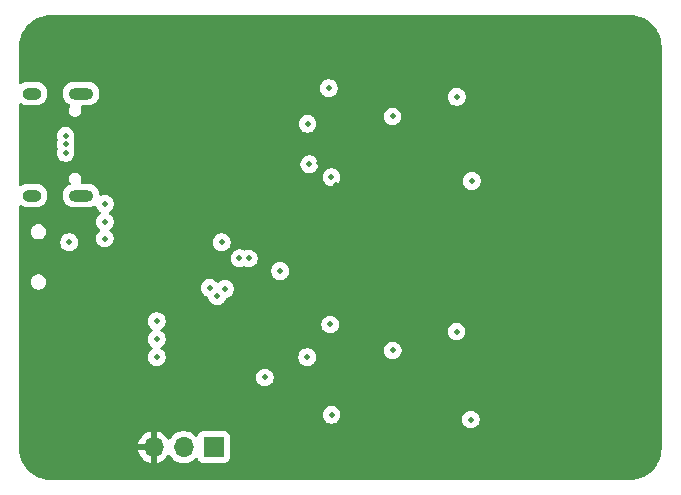
<source format=gbr>
%TF.GenerationSoftware,KiCad,Pcbnew,9.0.1*%
%TF.CreationDate,2025-07-03T23:17:29+02:00*%
%TF.ProjectId,Amon_Link,416d6f6e-5f4c-4696-9e6b-2e6b69636164,rev?*%
%TF.SameCoordinates,Original*%
%TF.FileFunction,Copper,L2,Inr*%
%TF.FilePolarity,Positive*%
%FSLAX46Y46*%
G04 Gerber Fmt 4.6, Leading zero omitted, Abs format (unit mm)*
G04 Created by KiCad (PCBNEW 9.0.1) date 2025-07-03 23:17:29*
%MOMM*%
%LPD*%
G01*
G04 APERTURE LIST*
%TA.AperFunction,ComponentPad*%
%ADD10O,1.600000X1.000000*%
%TD*%
%TA.AperFunction,ComponentPad*%
%ADD11O,2.100000X1.000000*%
%TD*%
%TA.AperFunction,ComponentPad*%
%ADD12C,0.700000*%
%TD*%
%TA.AperFunction,ComponentPad*%
%ADD13C,4.400000*%
%TD*%
%TA.AperFunction,ComponentPad*%
%ADD14R,1.700000X1.700000*%
%TD*%
%TA.AperFunction,ComponentPad*%
%ADD15O,1.700000X1.700000*%
%TD*%
%TA.AperFunction,ViaPad*%
%ADD16C,0.500000*%
%TD*%
G04 APERTURE END LIST*
D10*
%TO.N,Net-(J1-SHIELD)*%
%TO.C,J1*%
X127599000Y-90090000D03*
D11*
X131779000Y-90090000D03*
D10*
X127599000Y-81450000D03*
D11*
X131779000Y-81450000D03*
%TD*%
D12*
%TO.N,GND*%
%TO.C,H3*%
X176649999Y-111549999D03*
X177133273Y-110383273D03*
X177133273Y-112716725D03*
X178299999Y-109899999D03*
D13*
X178299999Y-111549999D03*
D12*
X178299999Y-113199999D03*
X179466725Y-110383273D03*
X179466725Y-112716725D03*
X179949999Y-111549999D03*
%TD*%
%TO.N,GND*%
%TO.C,H4*%
X176649999Y-77549999D03*
X177133273Y-76383273D03*
X177133273Y-78716725D03*
X178299999Y-75899999D03*
D13*
X178299999Y-77549999D03*
D12*
X178299999Y-79199999D03*
X179466725Y-76383273D03*
X179466725Y-78716725D03*
X179949999Y-77549999D03*
%TD*%
%TO.N,GND*%
%TO.C,H2*%
X127509000Y-77470000D03*
X127992274Y-76303274D03*
X127992274Y-78636726D03*
X129159000Y-75820000D03*
D13*
X129159000Y-77470000D03*
D12*
X129159000Y-79120000D03*
X130325726Y-76303274D03*
X130325726Y-78636726D03*
X130809000Y-77470000D03*
%TD*%
%TO.N,GND*%
%TO.C,H1*%
X127509000Y-111470000D03*
X127992274Y-110303274D03*
X127992274Y-112636726D03*
X129159000Y-109820000D03*
D13*
X129159000Y-111470000D03*
D12*
X129159000Y-113120000D03*
X130325726Y-110303274D03*
X130325726Y-112636726D03*
X130809000Y-111470000D03*
%TD*%
D14*
%TO.N,+3.3V*%
%TO.C,J3*%
X143002000Y-111379000D03*
D15*
%TO.N,/SWIO*%
X140462000Y-111379000D03*
%TO.N,GND*%
X137922000Y-111379000D03*
%TD*%
D16*
%TO.N,GND*%
X180100000Y-93635022D03*
X180100000Y-90000000D03*
X180100000Y-99087555D03*
X180100000Y-91817511D03*
X180100000Y-97270044D03*
X180100000Y-95452533D03*
X127410000Y-83930000D03*
X127410000Y-85747511D03*
X127410000Y-87565022D03*
X132212490Y-75440000D03*
X139482534Y-75440000D03*
X151897556Y-75420000D03*
X155532578Y-75420000D03*
X144627512Y-75420000D03*
X157350090Y-75420000D03*
X150080045Y-75420000D03*
X153715067Y-75420000D03*
X146445023Y-75420000D03*
X140992490Y-75420000D03*
X148262534Y-75420000D03*
X137665023Y-75440000D03*
X142810001Y-75420000D03*
X135847512Y-75440000D03*
X134030001Y-75440000D03*
X169850000Y-75390000D03*
X162579956Y-75390000D03*
X175302534Y-75390000D03*
X173485022Y-75390000D03*
X164397467Y-75390000D03*
X160762445Y-75390000D03*
X171667511Y-75390000D03*
X158944934Y-75390000D03*
X166214978Y-75390000D03*
X168032489Y-75390000D03*
X135914978Y-113640000D03*
X137732489Y-113640000D03*
X134097467Y-113640000D03*
X132279956Y-113640000D03*
X139550000Y-113640000D03*
X151965022Y-113620000D03*
X144694978Y-113620000D03*
X157417556Y-113620000D03*
X155600044Y-113620000D03*
X146512489Y-113620000D03*
X142877467Y-113620000D03*
X153782533Y-113620000D03*
X141059956Y-113620000D03*
X148330000Y-113620000D03*
X150147511Y-113620000D03*
%TO.N,+3.3V*%
X148615400Y-96469200D03*
X138176000Y-100711000D03*
X163562501Y-101600001D03*
X152750000Y-81000000D03*
X158140400Y-83388200D03*
X147320000Y-105486200D03*
X138176000Y-102235000D03*
X138176000Y-103759000D03*
X130759200Y-94045001D03*
X163570000Y-81730000D03*
X152982501Y-108645000D03*
X143674600Y-94044000D03*
X158150000Y-103200000D03*
X152862501Y-100998511D03*
X152970000Y-88519000D03*
%TO.N,GND*%
X159316058Y-99136200D03*
X170829510Y-90322400D03*
X133477000Y-112039400D03*
X166800000Y-86200000D03*
X139242800Y-77774800D03*
X168099955Y-113590000D03*
X168216945Y-88239600D03*
X175666400Y-108280200D03*
X163262736Y-97002600D03*
X156489400Y-94716600D03*
X169443400Y-105689400D03*
X173431200Y-88239600D03*
X173558200Y-78638400D03*
X160612501Y-108150001D03*
X144970500Y-78663800D03*
X164160200Y-94767400D03*
X159486600Y-82067400D03*
X155498800Y-76657200D03*
X156083000Y-96443800D03*
X166852600Y-76657200D03*
X143256000Y-89916000D03*
X159012400Y-113590000D03*
X169243826Y-94767400D03*
X148691600Y-111074200D03*
X167843200Y-78638400D03*
X174802800Y-80772000D03*
X138176000Y-86995000D03*
X160223200Y-78638400D03*
X142125700Y-80441800D03*
X127959002Y-100895002D03*
X154787600Y-97967800D03*
X140131800Y-76733400D03*
X164127542Y-99110800D03*
X161036000Y-110921800D03*
X132715000Y-107188000D03*
X161175700Y-76657200D03*
X139547600Y-79730600D03*
X159962501Y-103950001D03*
X162433000Y-99110800D03*
X166282444Y-113590000D03*
X169468800Y-82905600D03*
X178460400Y-97053400D03*
X174294800Y-99110800D03*
X171693115Y-88239600D03*
X162534600Y-110921800D03*
X149809200Y-96443800D03*
X146280000Y-89790000D03*
X156413200Y-100558600D03*
X133477000Y-96139000D03*
X163068000Y-76657200D03*
X170314258Y-101523800D03*
X160829911Y-113590000D03*
X171734977Y-113590000D03*
X178358800Y-92760800D03*
X155862501Y-107200001D03*
X163877170Y-90322400D03*
X151800000Y-83150000D03*
X166700200Y-80721200D03*
X173558200Y-108280200D03*
X170905710Y-99110800D03*
X171653200Y-78638400D03*
X158318200Y-78638400D03*
X166453460Y-92760800D03*
X158496000Y-100558600D03*
X163212501Y-102600001D03*
X161798000Y-80721200D03*
X173219536Y-97002600D03*
X167549284Y-94767400D03*
X172862501Y-103550001D03*
X163300000Y-82700000D03*
X153606500Y-76657200D03*
X169418000Y-110947200D03*
X156311600Y-82042000D03*
X174091600Y-105943400D03*
X139369800Y-95300800D03*
X145410000Y-108550000D03*
X162312501Y-102950001D03*
X132461000Y-77774800D03*
X176657000Y-85725000D03*
X146862800Y-78663800D03*
X174327452Y-94767400D03*
X160858200Y-83362800D03*
X177611310Y-90373200D03*
X163300000Y-86200000D03*
X164960300Y-76657200D03*
X157708600Y-99237800D03*
X149656800Y-112141000D03*
X158623000Y-84201000D03*
X160401000Y-90322400D03*
X174117000Y-85852000D03*
X176657000Y-103550001D03*
X162687000Y-100558600D03*
X159181800Y-91516200D03*
X145770600Y-76657200D03*
X174421800Y-76657200D03*
X169900600Y-97002600D03*
X136017000Y-107950000D03*
X161762501Y-106500001D03*
X147193000Y-111074200D03*
X159080200Y-110921800D03*
X149047200Y-107975400D03*
X166925174Y-101523800D03*
X159283400Y-76657200D03*
X161544000Y-84201000D03*
X136702800Y-82626200D03*
X175354348Y-101523800D03*
X157861000Y-97028000D03*
X151812501Y-107150001D03*
X172529500Y-76657200D03*
X174498000Y-82829400D03*
X172567600Y-90322400D03*
X165709600Y-110921800D03*
X176620715Y-92760800D03*
X127959001Y-106130001D03*
X147802600Y-80441800D03*
X132588000Y-110972600D03*
X168191545Y-92760800D03*
X147662900Y-76657200D03*
X173552488Y-113590000D03*
X167516626Y-99110800D03*
X160909000Y-88138000D03*
X151812501Y-103200001D03*
X132715000Y-105613200D03*
X168325800Y-80772000D03*
X155950000Y-83100000D03*
X172632910Y-94767400D03*
X141681200Y-99212400D03*
X172600252Y-99110800D03*
X172008800Y-101523800D03*
X175370000Y-113590000D03*
X162139085Y-90322400D03*
X144322800Y-101142800D03*
X161173890Y-92710000D03*
X169211168Y-99110800D03*
X171564300Y-80772000D03*
X173703348Y-101523800D03*
X163262501Y-106100001D03*
X148082000Y-112141000D03*
X164464933Y-113590000D03*
X163271200Y-80746600D03*
X174962501Y-103550001D03*
X157810200Y-82042000D03*
X169955030Y-88239600D03*
X134086600Y-110972600D03*
X136702800Y-84531200D03*
X152755600Y-97967800D03*
X139928600Y-103428800D03*
X162977290Y-92760800D03*
X169091425Y-90322400D03*
X167284400Y-108280200D03*
X161315400Y-97002600D03*
X134924800Y-76733400D03*
X170938368Y-94767400D03*
X168241134Y-97002600D03*
X167360600Y-110947200D03*
X156612501Y-108150001D03*
X175143890Y-92760800D03*
X149555200Y-76657200D03*
X165615255Y-90322400D03*
X133781800Y-79730600D03*
X169748200Y-78638400D03*
X164033200Y-78638400D03*
X164922202Y-97002600D03*
X160382858Y-94716600D03*
X169945050Y-80772000D03*
X142300000Y-104410000D03*
X160985200Y-82067400D03*
X176022000Y-94767400D03*
X164715375Y-92760800D03*
X161772600Y-101930200D03*
X139928600Y-101803200D03*
X160299400Y-80721200D03*
X175873225Y-90373200D03*
X151917400Y-96443800D03*
X140741400Y-77774800D03*
X152603200Y-78638400D03*
X171323000Y-105791000D03*
X165938200Y-78638400D03*
X160604200Y-100558600D03*
X133959600Y-77774800D03*
X149123400Y-81940400D03*
X165854742Y-94767400D03*
X177676625Y-94767400D03*
X169929630Y-92760800D03*
X148234400Y-89814400D03*
X166581668Y-97002600D03*
X175945800Y-82829400D03*
X167353340Y-90322400D03*
X171526200Y-110947200D03*
X138582400Y-99263200D03*
X170637200Y-76657200D03*
X148209000Y-87401400D03*
X175463200Y-78638400D03*
X135051800Y-112039400D03*
X172897800Y-82804000D03*
X161544000Y-86233000D03*
X151714200Y-76657200D03*
X153390600Y-89154000D03*
X148755100Y-78663800D03*
X150647400Y-97967800D03*
X159620858Y-97002600D03*
X138125200Y-90246200D03*
X141554200Y-93522800D03*
X154508200Y-78638400D03*
X158762501Y-104000001D03*
X156062501Y-103000001D03*
X145973800Y-101142800D03*
X156413200Y-78638400D03*
X175209200Y-88214200D03*
X151920000Y-87350000D03*
X174135140Y-90373200D03*
X156718000Y-88138000D03*
X162647422Y-113590000D03*
X161010600Y-99136200D03*
X162128200Y-78638400D03*
X141706600Y-76733400D03*
X171560066Y-97002600D03*
X145910300Y-80441800D03*
X157962600Y-92735400D03*
X157124400Y-80695800D03*
X167817800Y-105689400D03*
X149123400Y-83832700D03*
X173634400Y-110947200D03*
X142970000Y-108540000D03*
X171450000Y-108280200D03*
X176712501Y-105800001D03*
X150698200Y-81940400D03*
X170062501Y-103550001D03*
X157581600Y-101930200D03*
X150647400Y-78663800D03*
X156014058Y-99237800D03*
X160273602Y-84191212D03*
X174984225Y-97053400D03*
X133527800Y-102666800D03*
X143878300Y-76657200D03*
X165822084Y-99110800D03*
X133527800Y-101117400D03*
X168619716Y-101523800D03*
X157391100Y-76657200D03*
X152298400Y-94716600D03*
X159689800Y-101930200D03*
X171667715Y-92760800D03*
X176722310Y-97053400D03*
X168744900Y-76657200D03*
X173405800Y-92760800D03*
X164211000Y-110921800D03*
X166800000Y-82700000D03*
X160812501Y-106200001D03*
X169341800Y-108280200D03*
X131114800Y-98221800D03*
X133350000Y-76733400D03*
X173183550Y-80772000D03*
X171069000Y-85852000D03*
X144018000Y-80441800D03*
X153949400Y-96443800D03*
X146126200Y-85801200D03*
X168910000Y-85852000D03*
X162077400Y-94716600D03*
X154381200Y-94716600D03*
X130937000Y-102641400D03*
X159308800Y-83286600D03*
X158623000Y-80695800D03*
X169917466Y-113590000D03*
X156000000Y-87350000D03*
X158597600Y-94716600D03*
X166762501Y-106100001D03*
%TO.N,+5V*%
X133778176Y-93720678D03*
X133778176Y-90780000D03*
X133778176Y-92304000D03*
X130459001Y-85745001D03*
X130459001Y-86470001D03*
X130459001Y-85020001D03*
%TO.N,/CE1*%
X150907000Y-103759000D03*
X164762501Y-109050001D03*
%TO.N,/CE2*%
X164850000Y-88850000D03*
X151099200Y-87426800D03*
X150950000Y-84000000D03*
%TO.N,/MISO*%
X143297000Y-98602800D03*
X145960000Y-95410000D03*
%TO.N,/SWIO*%
X142646400Y-97891600D03*
%TO.N,/MOSI*%
X143947000Y-97993200D03*
X145180000Y-95400000D03*
%TD*%
%TA.AperFunction,Conductor*%
%TO.N,GND*%
G36*
X178232472Y-74788695D02*
G01*
X178524306Y-74805084D01*
X178538103Y-74806638D01*
X178822827Y-74855015D01*
X178836384Y-74858109D01*
X179113899Y-74938060D01*
X179127025Y-74942653D01*
X179393841Y-75053172D01*
X179406355Y-75059198D01*
X179572444Y-75150992D01*
X179659125Y-75198899D01*
X179670899Y-75206297D01*
X179906430Y-75373415D01*
X179917302Y-75382085D01*
X180132642Y-75574524D01*
X180142475Y-75584357D01*
X180334914Y-75799697D01*
X180343584Y-75810569D01*
X180510702Y-76046100D01*
X180518100Y-76057874D01*
X180657797Y-76310637D01*
X180663830Y-76323165D01*
X180774346Y-76589975D01*
X180778939Y-76603100D01*
X180858890Y-76880615D01*
X180861984Y-76894172D01*
X180910359Y-77178885D01*
X180911916Y-77192703D01*
X180928305Y-77484527D01*
X180928500Y-77491480D01*
X180928500Y-111484518D01*
X180928305Y-111491471D01*
X180911916Y-111783295D01*
X180910359Y-111797113D01*
X180861984Y-112081827D01*
X180858890Y-112095384D01*
X180778939Y-112372899D01*
X180774346Y-112386023D01*
X180663831Y-112652833D01*
X180657797Y-112665363D01*
X180518099Y-112918125D01*
X180510702Y-112929898D01*
X180343584Y-113165430D01*
X180334914Y-113176302D01*
X180142475Y-113391642D01*
X180132642Y-113401475D01*
X179917302Y-113593914D01*
X179906430Y-113602584D01*
X179670898Y-113769702D01*
X179659125Y-113777099D01*
X179406363Y-113916797D01*
X179393833Y-113922831D01*
X179127023Y-114033346D01*
X179113899Y-114037939D01*
X178836384Y-114117890D01*
X178822827Y-114120984D01*
X178538113Y-114169359D01*
X178524295Y-114170916D01*
X178232471Y-114187305D01*
X178225518Y-114187500D01*
X129232482Y-114187500D01*
X129225529Y-114187305D01*
X128933704Y-114170916D01*
X128919886Y-114169359D01*
X128635172Y-114120984D01*
X128621615Y-114117890D01*
X128344100Y-114037939D01*
X128330976Y-114033346D01*
X128064166Y-113922831D01*
X128051636Y-113916797D01*
X127798874Y-113777099D01*
X127787101Y-113769702D01*
X127551569Y-113602584D01*
X127540697Y-113593914D01*
X127325357Y-113401475D01*
X127315524Y-113391642D01*
X127123085Y-113176302D01*
X127114415Y-113165430D01*
X126947297Y-112929898D01*
X126939900Y-112918125D01*
X126800202Y-112665363D01*
X126794168Y-112652833D01*
X126683653Y-112386023D01*
X126679060Y-112372899D01*
X126599109Y-112095384D01*
X126596015Y-112081827D01*
X126595281Y-112077507D01*
X126547638Y-111797103D01*
X126546084Y-111783305D01*
X126529695Y-111491470D01*
X126529500Y-111484518D01*
X126529500Y-111129000D01*
X136594769Y-111129000D01*
X137488988Y-111129000D01*
X137456075Y-111186007D01*
X137422000Y-111313174D01*
X137422000Y-111444826D01*
X137456075Y-111571993D01*
X137488988Y-111629000D01*
X136594769Y-111629000D01*
X136605242Y-111695126D01*
X136605242Y-111695129D01*
X136670904Y-111897217D01*
X136767379Y-112086557D01*
X136892272Y-112258459D01*
X136892276Y-112258464D01*
X137042535Y-112408723D01*
X137042540Y-112408727D01*
X137214442Y-112533620D01*
X137403782Y-112630095D01*
X137605871Y-112695757D01*
X137672000Y-112706231D01*
X137672000Y-111812012D01*
X137729007Y-111844925D01*
X137856174Y-111879000D01*
X137987826Y-111879000D01*
X138114993Y-111844925D01*
X138172000Y-111812012D01*
X138172000Y-112706230D01*
X138238126Y-112695757D01*
X138238129Y-112695757D01*
X138440217Y-112630095D01*
X138629557Y-112533620D01*
X138801459Y-112408727D01*
X138801464Y-112408723D01*
X138951723Y-112258464D01*
X138951727Y-112258459D01*
X139076620Y-112086558D01*
X139081232Y-112077507D01*
X139129205Y-112026709D01*
X139197025Y-112009912D01*
X139263161Y-112032447D01*
X139302204Y-112077504D01*
X139306949Y-112086817D01*
X139431890Y-112258786D01*
X139582213Y-112409109D01*
X139754179Y-112534048D01*
X139754181Y-112534049D01*
X139754184Y-112534051D01*
X139943588Y-112630557D01*
X140145757Y-112696246D01*
X140355713Y-112729500D01*
X140355714Y-112729500D01*
X140568286Y-112729500D01*
X140568287Y-112729500D01*
X140778243Y-112696246D01*
X140980412Y-112630557D01*
X141169816Y-112534051D01*
X141341792Y-112409104D01*
X141455329Y-112295566D01*
X141516648Y-112262084D01*
X141586340Y-112267068D01*
X141642274Y-112308939D01*
X141659189Y-112339917D01*
X141708202Y-112471328D01*
X141708206Y-112471335D01*
X141794452Y-112586544D01*
X141794455Y-112586547D01*
X141909664Y-112672793D01*
X141909671Y-112672797D01*
X142044517Y-112723091D01*
X142044516Y-112723091D01*
X142051444Y-112723835D01*
X142104127Y-112729500D01*
X143899872Y-112729499D01*
X143959483Y-112723091D01*
X144094331Y-112672796D01*
X144209546Y-112586546D01*
X144295796Y-112471331D01*
X144346091Y-112336483D01*
X144352500Y-112276873D01*
X144352499Y-110481128D01*
X144346091Y-110421517D01*
X144344810Y-110418083D01*
X144295797Y-110286671D01*
X144295793Y-110286664D01*
X144209547Y-110171455D01*
X144209544Y-110171452D01*
X144094335Y-110085206D01*
X144094328Y-110085202D01*
X143959482Y-110034908D01*
X143959483Y-110034908D01*
X143899883Y-110028501D01*
X143899881Y-110028500D01*
X143899873Y-110028500D01*
X143899864Y-110028500D01*
X142104129Y-110028500D01*
X142104123Y-110028501D01*
X142044516Y-110034908D01*
X141909671Y-110085202D01*
X141909664Y-110085206D01*
X141794455Y-110171452D01*
X141794452Y-110171455D01*
X141708206Y-110286664D01*
X141708203Y-110286669D01*
X141659189Y-110418083D01*
X141617317Y-110474016D01*
X141551853Y-110498433D01*
X141483580Y-110483581D01*
X141455326Y-110462430D01*
X141341786Y-110348890D01*
X141169820Y-110223951D01*
X140980414Y-110127444D01*
X140980413Y-110127443D01*
X140980412Y-110127443D01*
X140778243Y-110061754D01*
X140778241Y-110061753D01*
X140778240Y-110061753D01*
X140616957Y-110036208D01*
X140568287Y-110028500D01*
X140355713Y-110028500D01*
X140307042Y-110036208D01*
X140145760Y-110061753D01*
X139943585Y-110127444D01*
X139754179Y-110223951D01*
X139582213Y-110348890D01*
X139431890Y-110499213D01*
X139306949Y-110671182D01*
X139302202Y-110680499D01*
X139254227Y-110731293D01*
X139186405Y-110748087D01*
X139120271Y-110725548D01*
X139081234Y-110680495D01*
X139076622Y-110671444D01*
X138951727Y-110499540D01*
X138951723Y-110499535D01*
X138801464Y-110349276D01*
X138801459Y-110349272D01*
X138629557Y-110224379D01*
X138440215Y-110127903D01*
X138238124Y-110062241D01*
X138172000Y-110051768D01*
X138172000Y-110945988D01*
X138114993Y-110913075D01*
X137987826Y-110879000D01*
X137856174Y-110879000D01*
X137729007Y-110913075D01*
X137672000Y-110945988D01*
X137672000Y-110051768D01*
X137671999Y-110051768D01*
X137605875Y-110062241D01*
X137403784Y-110127903D01*
X137214442Y-110224379D01*
X137042540Y-110349272D01*
X137042535Y-110349276D01*
X136892276Y-110499535D01*
X136892272Y-110499540D01*
X136767379Y-110671442D01*
X136670904Y-110860782D01*
X136605242Y-111062870D01*
X136605242Y-111062873D01*
X136594769Y-111129000D01*
X126529500Y-111129000D01*
X126529500Y-108718920D01*
X152232000Y-108718920D01*
X152260841Y-108863907D01*
X152260844Y-108863917D01*
X152317413Y-109000488D01*
X152317420Y-109000501D01*
X152399549Y-109123415D01*
X152399552Y-109123419D01*
X152504081Y-109227948D01*
X152504085Y-109227951D01*
X152626999Y-109310080D01*
X152627012Y-109310087D01*
X152763583Y-109366656D01*
X152763588Y-109366658D01*
X152763592Y-109366658D01*
X152763593Y-109366659D01*
X152908580Y-109395500D01*
X152908583Y-109395500D01*
X153056421Y-109395500D01*
X153153963Y-109376096D01*
X153201414Y-109366658D01*
X153337996Y-109310084D01*
X153460917Y-109227951D01*
X153564947Y-109123921D01*
X164012000Y-109123921D01*
X164040841Y-109268908D01*
X164040844Y-109268918D01*
X164097413Y-109405489D01*
X164097420Y-109405502D01*
X164179549Y-109528416D01*
X164179552Y-109528420D01*
X164284081Y-109632949D01*
X164284085Y-109632952D01*
X164406999Y-109715081D01*
X164407012Y-109715088D01*
X164543583Y-109771657D01*
X164543588Y-109771659D01*
X164543592Y-109771659D01*
X164543593Y-109771660D01*
X164688580Y-109800501D01*
X164688583Y-109800501D01*
X164836421Y-109800501D01*
X164933963Y-109781097D01*
X164981414Y-109771659D01*
X165117996Y-109715085D01*
X165240917Y-109632952D01*
X165345452Y-109528417D01*
X165427585Y-109405496D01*
X165431726Y-109395500D01*
X165443673Y-109366656D01*
X165484159Y-109268914D01*
X165513001Y-109123919D01*
X165513001Y-108976083D01*
X165513001Y-108976080D01*
X165484160Y-108831093D01*
X165484159Y-108831092D01*
X165484159Y-108831088D01*
X165437697Y-108718918D01*
X165427588Y-108694512D01*
X165427581Y-108694499D01*
X165345452Y-108571585D01*
X165345449Y-108571581D01*
X165240920Y-108467052D01*
X165240916Y-108467049D01*
X165118002Y-108384920D01*
X165117989Y-108384913D01*
X164981418Y-108328344D01*
X164981408Y-108328341D01*
X164836421Y-108299501D01*
X164836419Y-108299501D01*
X164688583Y-108299501D01*
X164688581Y-108299501D01*
X164543593Y-108328341D01*
X164543583Y-108328344D01*
X164407012Y-108384913D01*
X164406999Y-108384920D01*
X164284085Y-108467049D01*
X164284081Y-108467052D01*
X164179552Y-108571581D01*
X164179549Y-108571585D01*
X164097420Y-108694499D01*
X164097413Y-108694512D01*
X164040844Y-108831083D01*
X164040841Y-108831093D01*
X164012001Y-108976080D01*
X164012001Y-108976083D01*
X164012001Y-109123919D01*
X164012001Y-109123921D01*
X164012000Y-109123921D01*
X153564947Y-109123921D01*
X153565452Y-109123416D01*
X153647585Y-109000495D01*
X153704159Y-108863913D01*
X153733001Y-108718918D01*
X153733001Y-108571082D01*
X153733001Y-108571079D01*
X153704160Y-108426092D01*
X153704159Y-108426091D01*
X153704159Y-108426087D01*
X153663673Y-108328344D01*
X153647588Y-108289511D01*
X153647581Y-108289498D01*
X153565452Y-108166584D01*
X153565449Y-108166580D01*
X153460920Y-108062051D01*
X153460916Y-108062048D01*
X153338002Y-107979919D01*
X153337989Y-107979912D01*
X153201418Y-107923343D01*
X153201408Y-107923340D01*
X153056421Y-107894500D01*
X153056419Y-107894500D01*
X152908583Y-107894500D01*
X152908581Y-107894500D01*
X152763593Y-107923340D01*
X152763583Y-107923343D01*
X152627012Y-107979912D01*
X152626999Y-107979919D01*
X152504085Y-108062048D01*
X152504081Y-108062051D01*
X152399552Y-108166580D01*
X152399549Y-108166584D01*
X152317420Y-108289498D01*
X152317413Y-108289511D01*
X152260844Y-108426082D01*
X152260841Y-108426092D01*
X152232001Y-108571079D01*
X152232001Y-108571082D01*
X152232001Y-108718918D01*
X152232001Y-108718920D01*
X152232000Y-108718920D01*
X126529500Y-108718920D01*
X126529500Y-105560120D01*
X146569499Y-105560120D01*
X146598340Y-105705107D01*
X146598343Y-105705117D01*
X146654912Y-105841688D01*
X146654919Y-105841701D01*
X146737048Y-105964615D01*
X146737051Y-105964619D01*
X146841580Y-106069148D01*
X146841584Y-106069151D01*
X146964498Y-106151280D01*
X146964511Y-106151287D01*
X147101082Y-106207856D01*
X147101087Y-106207858D01*
X147101091Y-106207858D01*
X147101092Y-106207859D01*
X147246079Y-106236700D01*
X147246082Y-106236700D01*
X147393920Y-106236700D01*
X147491462Y-106217296D01*
X147538913Y-106207858D01*
X147675495Y-106151284D01*
X147798416Y-106069151D01*
X147902951Y-105964616D01*
X147985084Y-105841695D01*
X148041658Y-105705113D01*
X148070500Y-105560118D01*
X148070500Y-105412282D01*
X148070500Y-105412279D01*
X148041659Y-105267292D01*
X148041658Y-105267291D01*
X148041658Y-105267287D01*
X148041656Y-105267282D01*
X147985087Y-105130711D01*
X147985080Y-105130698D01*
X147902951Y-105007784D01*
X147902948Y-105007780D01*
X147798419Y-104903251D01*
X147798415Y-104903248D01*
X147675501Y-104821119D01*
X147675488Y-104821112D01*
X147538917Y-104764543D01*
X147538907Y-104764540D01*
X147393920Y-104735700D01*
X147393918Y-104735700D01*
X147246082Y-104735700D01*
X147246080Y-104735700D01*
X147101092Y-104764540D01*
X147101082Y-104764543D01*
X146964511Y-104821112D01*
X146964498Y-104821119D01*
X146841584Y-104903248D01*
X146841580Y-104903251D01*
X146737051Y-105007780D01*
X146737048Y-105007784D01*
X146654919Y-105130698D01*
X146654912Y-105130711D01*
X146598343Y-105267282D01*
X146598340Y-105267292D01*
X146569500Y-105412279D01*
X146569500Y-105412282D01*
X146569500Y-105560118D01*
X146569500Y-105560120D01*
X146569499Y-105560120D01*
X126529500Y-105560120D01*
X126529500Y-100784920D01*
X137425499Y-100784920D01*
X137454340Y-100929907D01*
X137454343Y-100929917D01*
X137510912Y-101066488D01*
X137510919Y-101066501D01*
X137593048Y-101189415D01*
X137593051Y-101189419D01*
X137697580Y-101293948D01*
X137697584Y-101293951D01*
X137811246Y-101369898D01*
X137856051Y-101423510D01*
X137864758Y-101492835D01*
X137834604Y-101555863D01*
X137811246Y-101576102D01*
X137697584Y-101652048D01*
X137697580Y-101652051D01*
X137593051Y-101756580D01*
X137593048Y-101756584D01*
X137510919Y-101879498D01*
X137510912Y-101879511D01*
X137454343Y-102016082D01*
X137454340Y-102016092D01*
X137425500Y-102161079D01*
X137425500Y-102161082D01*
X137425500Y-102308918D01*
X137425500Y-102308920D01*
X137425499Y-102308920D01*
X137454340Y-102453907D01*
X137454343Y-102453917D01*
X137510912Y-102590488D01*
X137510919Y-102590501D01*
X137593048Y-102713415D01*
X137593051Y-102713419D01*
X137697580Y-102817948D01*
X137697584Y-102817951D01*
X137811246Y-102893898D01*
X137856051Y-102947510D01*
X137864758Y-103016835D01*
X137834604Y-103079863D01*
X137811246Y-103100102D01*
X137697584Y-103176048D01*
X137697580Y-103176051D01*
X137593051Y-103280580D01*
X137593048Y-103280584D01*
X137510919Y-103403498D01*
X137510912Y-103403511D01*
X137454343Y-103540082D01*
X137454340Y-103540092D01*
X137425500Y-103685079D01*
X137425500Y-103685082D01*
X137425500Y-103832918D01*
X137425500Y-103832920D01*
X137425499Y-103832920D01*
X137454340Y-103977907D01*
X137454343Y-103977917D01*
X137510912Y-104114488D01*
X137510919Y-104114501D01*
X137593048Y-104237415D01*
X137593051Y-104237419D01*
X137697580Y-104341948D01*
X137697584Y-104341951D01*
X137820498Y-104424080D01*
X137820511Y-104424087D01*
X137957082Y-104480656D01*
X137957087Y-104480658D01*
X137957091Y-104480658D01*
X137957092Y-104480659D01*
X138102079Y-104509500D01*
X138102082Y-104509500D01*
X138249920Y-104509500D01*
X138347462Y-104490096D01*
X138394913Y-104480658D01*
X138531495Y-104424084D01*
X138654416Y-104341951D01*
X138758951Y-104237416D01*
X138841084Y-104114495D01*
X138897658Y-103977913D01*
X138908848Y-103921658D01*
X138926500Y-103832920D01*
X150156499Y-103832920D01*
X150185340Y-103977907D01*
X150185343Y-103977917D01*
X150241912Y-104114488D01*
X150241919Y-104114501D01*
X150324048Y-104237415D01*
X150324051Y-104237419D01*
X150428580Y-104341948D01*
X150428584Y-104341951D01*
X150551498Y-104424080D01*
X150551511Y-104424087D01*
X150688082Y-104480656D01*
X150688087Y-104480658D01*
X150688091Y-104480658D01*
X150688092Y-104480659D01*
X150833079Y-104509500D01*
X150833082Y-104509500D01*
X150980920Y-104509500D01*
X151078462Y-104490096D01*
X151125913Y-104480658D01*
X151262495Y-104424084D01*
X151385416Y-104341951D01*
X151489951Y-104237416D01*
X151572084Y-104114495D01*
X151628658Y-103977913D01*
X151639848Y-103921658D01*
X151657500Y-103832920D01*
X151657500Y-103685079D01*
X151628659Y-103540092D01*
X151628658Y-103540091D01*
X151628658Y-103540087D01*
X151578468Y-103418917D01*
X151572087Y-103403511D01*
X151572080Y-103403498D01*
X151489951Y-103280584D01*
X151489948Y-103280580D01*
X151483288Y-103273920D01*
X157399499Y-103273920D01*
X157428340Y-103418907D01*
X157428343Y-103418917D01*
X157484912Y-103555488D01*
X157484919Y-103555501D01*
X157567048Y-103678415D01*
X157567051Y-103678419D01*
X157671580Y-103782948D01*
X157671584Y-103782951D01*
X157794498Y-103865080D01*
X157794511Y-103865087D01*
X157931082Y-103921656D01*
X157931087Y-103921658D01*
X157931091Y-103921658D01*
X157931092Y-103921659D01*
X158076079Y-103950500D01*
X158076082Y-103950500D01*
X158223920Y-103950500D01*
X158321462Y-103931096D01*
X158368913Y-103921658D01*
X158505495Y-103865084D01*
X158628416Y-103782951D01*
X158732951Y-103678416D01*
X158815084Y-103555495D01*
X158871658Y-103418913D01*
X158900500Y-103273918D01*
X158900500Y-103126082D01*
X158900500Y-103126079D01*
X158871659Y-102981092D01*
X158871658Y-102981091D01*
X158871658Y-102981087D01*
X158871656Y-102981082D01*
X158815087Y-102844511D01*
X158815080Y-102844498D01*
X158732951Y-102721584D01*
X158732948Y-102721580D01*
X158628419Y-102617051D01*
X158628415Y-102617048D01*
X158505501Y-102534919D01*
X158505488Y-102534912D01*
X158368917Y-102478343D01*
X158368907Y-102478340D01*
X158223920Y-102449500D01*
X158223918Y-102449500D01*
X158076082Y-102449500D01*
X158076080Y-102449500D01*
X157931092Y-102478340D01*
X157931082Y-102478343D01*
X157794511Y-102534912D01*
X157794498Y-102534919D01*
X157671584Y-102617048D01*
X157671580Y-102617051D01*
X157567051Y-102721580D01*
X157567048Y-102721584D01*
X157484919Y-102844498D01*
X157484912Y-102844511D01*
X157428343Y-102981082D01*
X157428340Y-102981092D01*
X157399500Y-103126079D01*
X157399500Y-103126082D01*
X157399500Y-103273918D01*
X157399500Y-103273920D01*
X157399499Y-103273920D01*
X151483288Y-103273920D01*
X151385419Y-103176051D01*
X151385415Y-103176048D01*
X151262501Y-103093919D01*
X151262488Y-103093912D01*
X151125917Y-103037343D01*
X151125907Y-103037340D01*
X150980920Y-103008500D01*
X150980918Y-103008500D01*
X150833082Y-103008500D01*
X150833080Y-103008500D01*
X150688092Y-103037340D01*
X150688082Y-103037343D01*
X150551511Y-103093912D01*
X150551498Y-103093919D01*
X150428584Y-103176048D01*
X150428580Y-103176051D01*
X150324051Y-103280580D01*
X150324048Y-103280584D01*
X150241919Y-103403498D01*
X150241912Y-103403511D01*
X150185343Y-103540082D01*
X150185340Y-103540092D01*
X150156500Y-103685079D01*
X150156500Y-103685082D01*
X150156500Y-103832918D01*
X150156500Y-103832920D01*
X150156499Y-103832920D01*
X138926500Y-103832920D01*
X138926500Y-103685079D01*
X138897659Y-103540092D01*
X138897658Y-103540091D01*
X138897658Y-103540087D01*
X138847468Y-103418917D01*
X138841087Y-103403511D01*
X138841080Y-103403498D01*
X138758951Y-103280584D01*
X138758948Y-103280580D01*
X138654419Y-103176051D01*
X138654411Y-103176045D01*
X138540754Y-103100102D01*
X138495948Y-103046490D01*
X138487241Y-102977165D01*
X138517395Y-102914138D01*
X138540754Y-102893898D01*
X138615388Y-102844028D01*
X138654416Y-102817951D01*
X138758951Y-102713416D01*
X138841084Y-102590495D01*
X138897658Y-102453913D01*
X138907096Y-102406462D01*
X138926500Y-102308920D01*
X138926500Y-102161079D01*
X138897659Y-102016092D01*
X138897658Y-102016091D01*
X138897658Y-102016087D01*
X138872563Y-101955502D01*
X138841087Y-101879511D01*
X138841080Y-101879498D01*
X138758951Y-101756584D01*
X138758948Y-101756580D01*
X138654419Y-101652051D01*
X138654411Y-101652045D01*
X138540754Y-101576102D01*
X138495948Y-101522490D01*
X138487241Y-101453165D01*
X138517395Y-101390138D01*
X138540754Y-101369898D01*
X138615388Y-101320028D01*
X138654416Y-101293951D01*
X138758951Y-101189416D01*
X138837118Y-101072431D01*
X152112000Y-101072431D01*
X152140841Y-101217418D01*
X152140844Y-101217428D01*
X152197413Y-101353999D01*
X152197420Y-101354012D01*
X152279549Y-101476926D01*
X152279552Y-101476930D01*
X152384081Y-101581459D01*
X152384085Y-101581462D01*
X152506999Y-101663591D01*
X152507012Y-101663598D01*
X152643583Y-101720167D01*
X152643588Y-101720169D01*
X152643592Y-101720169D01*
X152643593Y-101720170D01*
X152788580Y-101749011D01*
X152788583Y-101749011D01*
X152936421Y-101749011D01*
X153033963Y-101729607D01*
X153081414Y-101720169D01*
X153193067Y-101673921D01*
X162812000Y-101673921D01*
X162840841Y-101818908D01*
X162840844Y-101818918D01*
X162897413Y-101955489D01*
X162897420Y-101955502D01*
X162979549Y-102078416D01*
X162979552Y-102078420D01*
X163084081Y-102182949D01*
X163084085Y-102182952D01*
X163206999Y-102265081D01*
X163207012Y-102265088D01*
X163312828Y-102308918D01*
X163343588Y-102321659D01*
X163343592Y-102321659D01*
X163343593Y-102321660D01*
X163488580Y-102350501D01*
X163488583Y-102350501D01*
X163636421Y-102350501D01*
X163733963Y-102331097D01*
X163781414Y-102321659D01*
X163917996Y-102265085D01*
X164040917Y-102182952D01*
X164145452Y-102078417D01*
X164227585Y-101955496D01*
X164284159Y-101818914D01*
X164303801Y-101720169D01*
X164313001Y-101673921D01*
X164313001Y-101526080D01*
X164284160Y-101381093D01*
X164284159Y-101381092D01*
X164284159Y-101381088D01*
X164272941Y-101354006D01*
X164227588Y-101244512D01*
X164227581Y-101244499D01*
X164145452Y-101121585D01*
X164145449Y-101121581D01*
X164040920Y-101017052D01*
X164040916Y-101017049D01*
X163918002Y-100934920D01*
X163917989Y-100934913D01*
X163781418Y-100878344D01*
X163781408Y-100878341D01*
X163636421Y-100849501D01*
X163636419Y-100849501D01*
X163488583Y-100849501D01*
X163488581Y-100849501D01*
X163343593Y-100878341D01*
X163343583Y-100878344D01*
X163207012Y-100934913D01*
X163206999Y-100934920D01*
X163084085Y-101017049D01*
X163084081Y-101017052D01*
X162979552Y-101121581D01*
X162979549Y-101121585D01*
X162897420Y-101244499D01*
X162897413Y-101244512D01*
X162840844Y-101381083D01*
X162840841Y-101381093D01*
X162812001Y-101526080D01*
X162812001Y-101526083D01*
X162812001Y-101673919D01*
X162812001Y-101673921D01*
X162812000Y-101673921D01*
X153193067Y-101673921D01*
X153217996Y-101663595D01*
X153340917Y-101581462D01*
X153445452Y-101476927D01*
X153527585Y-101354006D01*
X153584159Y-101217424D01*
X153613001Y-101072429D01*
X153613001Y-100924593D01*
X153613001Y-100924590D01*
X153584160Y-100779603D01*
X153584159Y-100779602D01*
X153584159Y-100779598D01*
X153584157Y-100779593D01*
X153527588Y-100643022D01*
X153527581Y-100643009D01*
X153445452Y-100520095D01*
X153445449Y-100520091D01*
X153340920Y-100415562D01*
X153340916Y-100415559D01*
X153218002Y-100333430D01*
X153217989Y-100333423D01*
X153081418Y-100276854D01*
X153081408Y-100276851D01*
X152936421Y-100248011D01*
X152936419Y-100248011D01*
X152788583Y-100248011D01*
X152788581Y-100248011D01*
X152643593Y-100276851D01*
X152643583Y-100276854D01*
X152507012Y-100333423D01*
X152506999Y-100333430D01*
X152384085Y-100415559D01*
X152384081Y-100415562D01*
X152279552Y-100520091D01*
X152279549Y-100520095D01*
X152197420Y-100643009D01*
X152197413Y-100643022D01*
X152140844Y-100779593D01*
X152140841Y-100779603D01*
X152112001Y-100924590D01*
X152112001Y-100924593D01*
X152112001Y-101072429D01*
X152112001Y-101072431D01*
X152112000Y-101072431D01*
X138837118Y-101072431D01*
X138841084Y-101066495D01*
X138897658Y-100929913D01*
X138898717Y-100924590D01*
X138904741Y-100894308D01*
X138904741Y-100894306D01*
X138926499Y-100784922D01*
X138926500Y-100784920D01*
X138926500Y-100637079D01*
X138897659Y-100492092D01*
X138897658Y-100492091D01*
X138897658Y-100492087D01*
X138897656Y-100492082D01*
X138841087Y-100355511D01*
X138841080Y-100355498D01*
X138758951Y-100232584D01*
X138758948Y-100232580D01*
X138654419Y-100128051D01*
X138654415Y-100128048D01*
X138531501Y-100045919D01*
X138531488Y-100045912D01*
X138394917Y-99989343D01*
X138394907Y-99989340D01*
X138249920Y-99960500D01*
X138249918Y-99960500D01*
X138102082Y-99960500D01*
X138102080Y-99960500D01*
X137957092Y-99989340D01*
X137957082Y-99989343D01*
X137820511Y-100045912D01*
X137820498Y-100045919D01*
X137697584Y-100128048D01*
X137697580Y-100128051D01*
X137593051Y-100232580D01*
X137593048Y-100232584D01*
X137510919Y-100355498D01*
X137510912Y-100355511D01*
X137454343Y-100492082D01*
X137454340Y-100492092D01*
X137425500Y-100637079D01*
X137425500Y-100637082D01*
X137425500Y-100784918D01*
X137425500Y-100784920D01*
X137425499Y-100784920D01*
X126529500Y-100784920D01*
X126529500Y-97459072D01*
X127508500Y-97459072D01*
X127533498Y-97584739D01*
X127533500Y-97584745D01*
X127582534Y-97703125D01*
X127582539Y-97703134D01*
X127653724Y-97809669D01*
X127653727Y-97809673D01*
X127744328Y-97900274D01*
X127744332Y-97900277D01*
X127850867Y-97971462D01*
X127850873Y-97971465D01*
X127850874Y-97971466D01*
X127969257Y-98020502D01*
X127969261Y-98020502D01*
X127969262Y-98020503D01*
X128094929Y-98045501D01*
X128094932Y-98045501D01*
X128223072Y-98045501D01*
X128307616Y-98028683D01*
X128348745Y-98020502D01*
X128467128Y-97971466D01*
X128476027Y-97965520D01*
X141895899Y-97965520D01*
X141924740Y-98110507D01*
X141924743Y-98110517D01*
X141981312Y-98247088D01*
X141981319Y-98247101D01*
X142063448Y-98370015D01*
X142063451Y-98370019D01*
X142167980Y-98474548D01*
X142167984Y-98474551D01*
X142290898Y-98556680D01*
X142290911Y-98556687D01*
X142427482Y-98613256D01*
X142427487Y-98613258D01*
X142456998Y-98619128D01*
X142518907Y-98651512D01*
X142553482Y-98712227D01*
X142554423Y-98716553D01*
X142575340Y-98821707D01*
X142575343Y-98821717D01*
X142631912Y-98958288D01*
X142631919Y-98958301D01*
X142714048Y-99081215D01*
X142714051Y-99081219D01*
X142818580Y-99185748D01*
X142818584Y-99185751D01*
X142941498Y-99267880D01*
X142941511Y-99267887D01*
X143078082Y-99324456D01*
X143078087Y-99324458D01*
X143078091Y-99324458D01*
X143078092Y-99324459D01*
X143223079Y-99353300D01*
X143223082Y-99353300D01*
X143370920Y-99353300D01*
X143468462Y-99333896D01*
X143515913Y-99324458D01*
X143652495Y-99267884D01*
X143775416Y-99185751D01*
X143879951Y-99081216D01*
X143962084Y-98958295D01*
X144018658Y-98821713D01*
X144018659Y-98821705D01*
X144020427Y-98815881D01*
X144021676Y-98816260D01*
X144050933Y-98760314D01*
X144111645Y-98725733D01*
X144115917Y-98724802D01*
X144165913Y-98714858D01*
X144302495Y-98658284D01*
X144425416Y-98576151D01*
X144529951Y-98471616D01*
X144612084Y-98348695D01*
X144668658Y-98212113D01*
X144697500Y-98067118D01*
X144697500Y-97919282D01*
X144697500Y-97919279D01*
X144668659Y-97774292D01*
X144668658Y-97774291D01*
X144668658Y-97774287D01*
X144626572Y-97672682D01*
X144612087Y-97637711D01*
X144612080Y-97637698D01*
X144529951Y-97514784D01*
X144529948Y-97514780D01*
X144425419Y-97410251D01*
X144425415Y-97410248D01*
X144302501Y-97328119D01*
X144302488Y-97328112D01*
X144165917Y-97271543D01*
X144165907Y-97271540D01*
X144020920Y-97242700D01*
X144020918Y-97242700D01*
X143873082Y-97242700D01*
X143873080Y-97242700D01*
X143728092Y-97271540D01*
X143728082Y-97271543D01*
X143591511Y-97328112D01*
X143591498Y-97328119D01*
X143468584Y-97410248D01*
X143468579Y-97410252D01*
X143430837Y-97447994D01*
X143369514Y-97481479D01*
X143299822Y-97476493D01*
X143243889Y-97434621D01*
X143240055Y-97429203D01*
X143229351Y-97413184D01*
X143229348Y-97413180D01*
X143124819Y-97308651D01*
X143124815Y-97308648D01*
X143001901Y-97226519D01*
X143001888Y-97226512D01*
X142865317Y-97169943D01*
X142865307Y-97169940D01*
X142720320Y-97141100D01*
X142720318Y-97141100D01*
X142572482Y-97141100D01*
X142572480Y-97141100D01*
X142427492Y-97169940D01*
X142427482Y-97169943D01*
X142290911Y-97226512D01*
X142290898Y-97226519D01*
X142167984Y-97308648D01*
X142167980Y-97308651D01*
X142063451Y-97413180D01*
X142063448Y-97413184D01*
X141981319Y-97536098D01*
X141981312Y-97536111D01*
X141924743Y-97672682D01*
X141924740Y-97672692D01*
X141895900Y-97817679D01*
X141895900Y-97817682D01*
X141895900Y-97965518D01*
X141895900Y-97965520D01*
X141895899Y-97965520D01*
X128476027Y-97965520D01*
X128573670Y-97900277D01*
X128664277Y-97809670D01*
X128735466Y-97703128D01*
X128784502Y-97584745D01*
X128794179Y-97536098D01*
X128809501Y-97459072D01*
X128809501Y-97330929D01*
X128784503Y-97205262D01*
X128784502Y-97205261D01*
X128784502Y-97205257D01*
X128735466Y-97086874D01*
X128735465Y-97086873D01*
X128735462Y-97086867D01*
X128664277Y-96980332D01*
X128664274Y-96980328D01*
X128573673Y-96889727D01*
X128573669Y-96889724D01*
X128467134Y-96818539D01*
X128467125Y-96818534D01*
X128348745Y-96769500D01*
X128348739Y-96769498D01*
X128223072Y-96744501D01*
X128223070Y-96744501D01*
X128094932Y-96744501D01*
X128094930Y-96744501D01*
X127969262Y-96769498D01*
X127969256Y-96769500D01*
X127850876Y-96818534D01*
X127850867Y-96818539D01*
X127744332Y-96889724D01*
X127744328Y-96889727D01*
X127653727Y-96980328D01*
X127653724Y-96980332D01*
X127582539Y-97086867D01*
X127582534Y-97086876D01*
X127533500Y-97205256D01*
X127533498Y-97205262D01*
X127508501Y-97330929D01*
X127508501Y-97330932D01*
X127508501Y-97459070D01*
X127508501Y-97459072D01*
X127508500Y-97459072D01*
X126529500Y-97459072D01*
X126529500Y-96543120D01*
X147864899Y-96543120D01*
X147893740Y-96688107D01*
X147893743Y-96688117D01*
X147950312Y-96824688D01*
X147950319Y-96824701D01*
X148032448Y-96947615D01*
X148032451Y-96947619D01*
X148136980Y-97052148D01*
X148136984Y-97052151D01*
X148259898Y-97134280D01*
X148259911Y-97134287D01*
X148396482Y-97190856D01*
X148396487Y-97190858D01*
X148396491Y-97190858D01*
X148396492Y-97190859D01*
X148541479Y-97219700D01*
X148541482Y-97219700D01*
X148689320Y-97219700D01*
X148786862Y-97200296D01*
X148834313Y-97190858D01*
X148970895Y-97134284D01*
X149093816Y-97052151D01*
X149198351Y-96947616D01*
X149280484Y-96824695D01*
X149337058Y-96688113D01*
X149365900Y-96543118D01*
X149365900Y-96395282D01*
X149365900Y-96395279D01*
X149337059Y-96250292D01*
X149337058Y-96250291D01*
X149337058Y-96250287D01*
X149287921Y-96131659D01*
X149280487Y-96113711D01*
X149280480Y-96113698D01*
X149198351Y-95990784D01*
X149198348Y-95990780D01*
X149093819Y-95886251D01*
X149093815Y-95886248D01*
X148970901Y-95804119D01*
X148970888Y-95804112D01*
X148834317Y-95747543D01*
X148834307Y-95747540D01*
X148689320Y-95718700D01*
X148689318Y-95718700D01*
X148541482Y-95718700D01*
X148541480Y-95718700D01*
X148396492Y-95747540D01*
X148396482Y-95747543D01*
X148259911Y-95804112D01*
X148259898Y-95804119D01*
X148136984Y-95886248D01*
X148136980Y-95886251D01*
X148032451Y-95990780D01*
X148032448Y-95990784D01*
X147950319Y-96113698D01*
X147950312Y-96113711D01*
X147893743Y-96250282D01*
X147893740Y-96250292D01*
X147864900Y-96395279D01*
X147864900Y-96395282D01*
X147864900Y-96543118D01*
X147864900Y-96543120D01*
X147864899Y-96543120D01*
X126529500Y-96543120D01*
X126529500Y-95473920D01*
X144429499Y-95473920D01*
X144458340Y-95618907D01*
X144458343Y-95618917D01*
X144514912Y-95755488D01*
X144514919Y-95755501D01*
X144597048Y-95878415D01*
X144597051Y-95878419D01*
X144701580Y-95982948D01*
X144701584Y-95982951D01*
X144824498Y-96065080D01*
X144824511Y-96065087D01*
X144941901Y-96113711D01*
X144961087Y-96121658D01*
X144961091Y-96121658D01*
X144961092Y-96121659D01*
X145106079Y-96150500D01*
X145106082Y-96150500D01*
X145253920Y-96150500D01*
X145351462Y-96131096D01*
X145398913Y-96121658D01*
X145510476Y-96075446D01*
X145579946Y-96067978D01*
X145605379Y-96075446D01*
X145741087Y-96131658D01*
X145741091Y-96131658D01*
X145741092Y-96131659D01*
X145886079Y-96160500D01*
X145886082Y-96160500D01*
X146033920Y-96160500D01*
X146131462Y-96141096D01*
X146178913Y-96131658D01*
X146315495Y-96075084D01*
X146438416Y-95992951D01*
X146542951Y-95888416D01*
X146625084Y-95765495D01*
X146681658Y-95628913D01*
X146710500Y-95483918D01*
X146710500Y-95336082D01*
X146710500Y-95336079D01*
X146681659Y-95191092D01*
X146681658Y-95191091D01*
X146681658Y-95191087D01*
X146677514Y-95181082D01*
X146625087Y-95054511D01*
X146625080Y-95054498D01*
X146542951Y-94931584D01*
X146542948Y-94931580D01*
X146438419Y-94827051D01*
X146438415Y-94827048D01*
X146315501Y-94744919D01*
X146315488Y-94744912D01*
X146178917Y-94688343D01*
X146178907Y-94688340D01*
X146033920Y-94659500D01*
X146033918Y-94659500D01*
X145886082Y-94659500D01*
X145886080Y-94659500D01*
X145741092Y-94688340D01*
X145741082Y-94688343D01*
X145629523Y-94734552D01*
X145560053Y-94742021D01*
X145534619Y-94734552D01*
X145398917Y-94678343D01*
X145398907Y-94678340D01*
X145253920Y-94649500D01*
X145253918Y-94649500D01*
X145106082Y-94649500D01*
X145106080Y-94649500D01*
X144961092Y-94678340D01*
X144961082Y-94678343D01*
X144824511Y-94734912D01*
X144824498Y-94734919D01*
X144701584Y-94817048D01*
X144701580Y-94817051D01*
X144597051Y-94921580D01*
X144597048Y-94921584D01*
X144514919Y-95044498D01*
X144514912Y-95044511D01*
X144458343Y-95181082D01*
X144458340Y-95181092D01*
X144429500Y-95326079D01*
X144429500Y-95326082D01*
X144429500Y-95473918D01*
X144429500Y-95473920D01*
X144429499Y-95473920D01*
X126529500Y-95473920D01*
X126529500Y-94118921D01*
X130008699Y-94118921D01*
X130037540Y-94263908D01*
X130037543Y-94263918D01*
X130094112Y-94400489D01*
X130094119Y-94400502D01*
X130176248Y-94523416D01*
X130176251Y-94523420D01*
X130280780Y-94627949D01*
X130280784Y-94627952D01*
X130403698Y-94710081D01*
X130403711Y-94710088D01*
X130537870Y-94765658D01*
X130540287Y-94766659D01*
X130540291Y-94766659D01*
X130540292Y-94766660D01*
X130685279Y-94795501D01*
X130685282Y-94795501D01*
X130833120Y-94795501D01*
X130930662Y-94776097D01*
X130978113Y-94766659D01*
X131114695Y-94710085D01*
X131237616Y-94627952D01*
X131342151Y-94523417D01*
X131424284Y-94400496D01*
X131480858Y-94263914D01*
X131509700Y-94118919D01*
X131509700Y-93971083D01*
X131509700Y-93971080D01*
X131480859Y-93826093D01*
X131480858Y-93826092D01*
X131480858Y-93826088D01*
X131480856Y-93826083D01*
X131424287Y-93689512D01*
X131424280Y-93689499D01*
X131342151Y-93566585D01*
X131342148Y-93566581D01*
X131237619Y-93462052D01*
X131237615Y-93462049D01*
X131114701Y-93379920D01*
X131114688Y-93379913D01*
X130978117Y-93323344D01*
X130978107Y-93323341D01*
X130833120Y-93294501D01*
X130833118Y-93294501D01*
X130685282Y-93294501D01*
X130685280Y-93294501D01*
X130540292Y-93323341D01*
X130540282Y-93323344D01*
X130403711Y-93379913D01*
X130403698Y-93379920D01*
X130280784Y-93462049D01*
X130280780Y-93462052D01*
X130176251Y-93566581D01*
X130176248Y-93566585D01*
X130094119Y-93689499D01*
X130094112Y-93689512D01*
X130037543Y-93826083D01*
X130037540Y-93826093D01*
X130008700Y-93971080D01*
X130008700Y-93971083D01*
X130008700Y-94118919D01*
X130008700Y-94118921D01*
X130008699Y-94118921D01*
X126529500Y-94118921D01*
X126529500Y-93209072D01*
X127508500Y-93209072D01*
X127533498Y-93334739D01*
X127533500Y-93334745D01*
X127582534Y-93453125D01*
X127582539Y-93453134D01*
X127653724Y-93559669D01*
X127653727Y-93559673D01*
X127744328Y-93650274D01*
X127744332Y-93650277D01*
X127850867Y-93721462D01*
X127850873Y-93721465D01*
X127850874Y-93721466D01*
X127969257Y-93770502D01*
X127969261Y-93770502D01*
X127969262Y-93770503D01*
X128094929Y-93795501D01*
X128094932Y-93795501D01*
X128223072Y-93795501D01*
X128307616Y-93778683D01*
X128348745Y-93770502D01*
X128467128Y-93721466D01*
X128573670Y-93650277D01*
X128664277Y-93559670D01*
X128735466Y-93453128D01*
X128784502Y-93334745D01*
X128802899Y-93242262D01*
X128809501Y-93209072D01*
X128809501Y-93080929D01*
X128784503Y-92955262D01*
X128784502Y-92955261D01*
X128784502Y-92955257D01*
X128735466Y-92836874D01*
X128735465Y-92836873D01*
X128735462Y-92836867D01*
X128664277Y-92730332D01*
X128664274Y-92730328D01*
X128573673Y-92639727D01*
X128573669Y-92639724D01*
X128467134Y-92568539D01*
X128467125Y-92568534D01*
X128348745Y-92519500D01*
X128348739Y-92519498D01*
X128223072Y-92494501D01*
X128223070Y-92494501D01*
X128094932Y-92494501D01*
X128094930Y-92494501D01*
X127969262Y-92519498D01*
X127969256Y-92519500D01*
X127850876Y-92568534D01*
X127850867Y-92568539D01*
X127744332Y-92639724D01*
X127744328Y-92639727D01*
X127653727Y-92730328D01*
X127653724Y-92730332D01*
X127582539Y-92836867D01*
X127582534Y-92836876D01*
X127533500Y-92955256D01*
X127533498Y-92955262D01*
X127508501Y-93080929D01*
X127508501Y-93080932D01*
X127508501Y-93209070D01*
X127508501Y-93209072D01*
X127508500Y-93209072D01*
X126529500Y-93209072D01*
X126529500Y-91011115D01*
X126549185Y-90944076D01*
X126601989Y-90898321D01*
X126671147Y-90888377D01*
X126722389Y-90908012D01*
X126825086Y-90976632D01*
X126825088Y-90976633D01*
X126825092Y-90976635D01*
X127007160Y-91052049D01*
X127007165Y-91052051D01*
X127007169Y-91052051D01*
X127007170Y-91052052D01*
X127200456Y-91090500D01*
X127200459Y-91090500D01*
X127997543Y-91090500D01*
X128127582Y-91064632D01*
X128190835Y-91052051D01*
X128331655Y-90993721D01*
X128372907Y-90976635D01*
X128372907Y-90976634D01*
X128372914Y-90976632D01*
X128536782Y-90867139D01*
X128676139Y-90727782D01*
X128785632Y-90563914D01*
X128861051Y-90381835D01*
X128877015Y-90301580D01*
X128899500Y-90188543D01*
X130228499Y-90188543D01*
X130266947Y-90381829D01*
X130266950Y-90381839D01*
X130342364Y-90563907D01*
X130342371Y-90563920D01*
X130451860Y-90727781D01*
X130451863Y-90727785D01*
X130591214Y-90867136D01*
X130591218Y-90867139D01*
X130755079Y-90976628D01*
X130755092Y-90976635D01*
X130937160Y-91052049D01*
X130937165Y-91052051D01*
X130937169Y-91052051D01*
X130937170Y-91052052D01*
X131130456Y-91090500D01*
X131130459Y-91090500D01*
X132427543Y-91090500D01*
X132557582Y-91064632D01*
X132620835Y-91052051D01*
X132761655Y-90993721D01*
X132802907Y-90976635D01*
X132802907Y-90976634D01*
X132802914Y-90976632D01*
X132869141Y-90932380D01*
X132935817Y-90911503D01*
X133003197Y-90929987D01*
X133049888Y-90981966D01*
X133055752Y-90997065D01*
X133113088Y-91135488D01*
X133113095Y-91135501D01*
X133195224Y-91258415D01*
X133195227Y-91258419D01*
X133299756Y-91362948D01*
X133299760Y-91362951D01*
X133413422Y-91438898D01*
X133458227Y-91492510D01*
X133466934Y-91561835D01*
X133436780Y-91624863D01*
X133413422Y-91645102D01*
X133299760Y-91721048D01*
X133299756Y-91721051D01*
X133195227Y-91825580D01*
X133195224Y-91825584D01*
X133113095Y-91948498D01*
X133113088Y-91948511D01*
X133056519Y-92085082D01*
X133056516Y-92085092D01*
X133027676Y-92230079D01*
X133027676Y-92230082D01*
X133027676Y-92377918D01*
X133027676Y-92377920D01*
X133027675Y-92377920D01*
X133056516Y-92522907D01*
X133056519Y-92522917D01*
X133113088Y-92659488D01*
X133113095Y-92659501D01*
X133195224Y-92782415D01*
X133195227Y-92782419D01*
X133299756Y-92886948D01*
X133299759Y-92886950D01*
X133299760Y-92886951D01*
X133317486Y-92898795D01*
X133333113Y-92909237D01*
X133377917Y-92962850D01*
X133386624Y-93032175D01*
X133356469Y-93095202D01*
X133333113Y-93115441D01*
X133299756Y-93137729D01*
X133195227Y-93242258D01*
X133195224Y-93242262D01*
X133113095Y-93365176D01*
X133113088Y-93365189D01*
X133056519Y-93501760D01*
X133056516Y-93501770D01*
X133027676Y-93646757D01*
X133027676Y-93646760D01*
X133027676Y-93794596D01*
X133027676Y-93794598D01*
X133027675Y-93794598D01*
X133056516Y-93939585D01*
X133056519Y-93939595D01*
X133113088Y-94076166D01*
X133113095Y-94076179D01*
X133195224Y-94199093D01*
X133195227Y-94199097D01*
X133299756Y-94303626D01*
X133299760Y-94303629D01*
X133422674Y-94385758D01*
X133422687Y-94385765D01*
X133559258Y-94442334D01*
X133559263Y-94442336D01*
X133559267Y-94442336D01*
X133559268Y-94442337D01*
X133704255Y-94471178D01*
X133704258Y-94471178D01*
X133852096Y-94471178D01*
X133949638Y-94451774D01*
X133997089Y-94442336D01*
X134133671Y-94385762D01*
X134256592Y-94303629D01*
X134361127Y-94199094D01*
X134415366Y-94117920D01*
X142924099Y-94117920D01*
X142952940Y-94262907D01*
X142952943Y-94262917D01*
X143009512Y-94399488D01*
X143009519Y-94399501D01*
X143091648Y-94522415D01*
X143091651Y-94522419D01*
X143196180Y-94626948D01*
X143196184Y-94626951D01*
X143319098Y-94709080D01*
X143319111Y-94709087D01*
X143449200Y-94762971D01*
X143455687Y-94765658D01*
X143455691Y-94765658D01*
X143455692Y-94765659D01*
X143600679Y-94794500D01*
X143600682Y-94794500D01*
X143748520Y-94794500D01*
X143846062Y-94775096D01*
X143893513Y-94765658D01*
X144027671Y-94710088D01*
X144030088Y-94709087D01*
X144030088Y-94709086D01*
X144030095Y-94709084D01*
X144153016Y-94626951D01*
X144257551Y-94522416D01*
X144339684Y-94399495D01*
X144396258Y-94262913D01*
X144408953Y-94199093D01*
X144425100Y-94117920D01*
X144425100Y-93970079D01*
X144396259Y-93825092D01*
X144396258Y-93825091D01*
X144396258Y-93825087D01*
X144373648Y-93770501D01*
X144339687Y-93688511D01*
X144339680Y-93688498D01*
X144257551Y-93565584D01*
X144257548Y-93565580D01*
X144153019Y-93461051D01*
X144153015Y-93461048D01*
X144030101Y-93378919D01*
X144030088Y-93378912D01*
X143893517Y-93322343D01*
X143893507Y-93322340D01*
X143748520Y-93293500D01*
X143748518Y-93293500D01*
X143600682Y-93293500D01*
X143600680Y-93293500D01*
X143455692Y-93322340D01*
X143455682Y-93322343D01*
X143319111Y-93378912D01*
X143319098Y-93378919D01*
X143196184Y-93461048D01*
X143196180Y-93461051D01*
X143091651Y-93565580D01*
X143091648Y-93565584D01*
X143009519Y-93688498D01*
X143009512Y-93688511D01*
X142952943Y-93825082D01*
X142952940Y-93825092D01*
X142924100Y-93970079D01*
X142924100Y-93970082D01*
X142924100Y-94117918D01*
X142924100Y-94117920D01*
X142924099Y-94117920D01*
X134415366Y-94117920D01*
X134443260Y-94076173D01*
X134499834Y-93939591D01*
X134528676Y-93794596D01*
X134528676Y-93646760D01*
X134528676Y-93646757D01*
X134499835Y-93501770D01*
X134499834Y-93501769D01*
X134499834Y-93501765D01*
X134499832Y-93501760D01*
X134443263Y-93365189D01*
X134443256Y-93365176D01*
X134361127Y-93242262D01*
X134361124Y-93242258D01*
X134256595Y-93137729D01*
X134256590Y-93137725D01*
X134223240Y-93115442D01*
X134178434Y-93061831D01*
X134169725Y-92992506D01*
X134199879Y-92929478D01*
X134223240Y-92909236D01*
X134256592Y-92886951D01*
X134361127Y-92782416D01*
X134443260Y-92659495D01*
X134499834Y-92522913D01*
X134528676Y-92377918D01*
X134528676Y-92230082D01*
X134528676Y-92230079D01*
X134499835Y-92085092D01*
X134499834Y-92085091D01*
X134499834Y-92085087D01*
X134499832Y-92085082D01*
X134443263Y-91948511D01*
X134443256Y-91948498D01*
X134361127Y-91825584D01*
X134361124Y-91825580D01*
X134256595Y-91721051D01*
X134256587Y-91721045D01*
X134142930Y-91645102D01*
X134098124Y-91591490D01*
X134089417Y-91522165D01*
X134119571Y-91459138D01*
X134142930Y-91438898D01*
X134217564Y-91389028D01*
X134256592Y-91362951D01*
X134361127Y-91258416D01*
X134443260Y-91135495D01*
X134499834Y-90998913D01*
X134513545Y-90929987D01*
X134528676Y-90853920D01*
X134528676Y-90706079D01*
X134499835Y-90561092D01*
X134499834Y-90561091D01*
X134499834Y-90561087D01*
X134499832Y-90561082D01*
X134443263Y-90424511D01*
X134443256Y-90424498D01*
X134361127Y-90301584D01*
X134361124Y-90301580D01*
X134256595Y-90197051D01*
X134256591Y-90197048D01*
X134133677Y-90114919D01*
X134133664Y-90114912D01*
X133997093Y-90058343D01*
X133997083Y-90058340D01*
X133852096Y-90029500D01*
X133852094Y-90029500D01*
X133704258Y-90029500D01*
X133704256Y-90029500D01*
X133559268Y-90058340D01*
X133559263Y-90058342D01*
X133498872Y-90083356D01*
X133429403Y-90090823D01*
X133366924Y-90059548D01*
X133331272Y-89999458D01*
X133329804Y-89992985D01*
X133291052Y-89798172D01*
X133291052Y-89798170D01*
X133291051Y-89798165D01*
X133291049Y-89798160D01*
X133215635Y-89616092D01*
X133215628Y-89616079D01*
X133106139Y-89452218D01*
X133106136Y-89452214D01*
X132966785Y-89312863D01*
X132966781Y-89312860D01*
X132802920Y-89203371D01*
X132802907Y-89203364D01*
X132620839Y-89127950D01*
X132620829Y-89127947D01*
X132427543Y-89089500D01*
X132427541Y-89089500D01*
X131852598Y-89089500D01*
X131785559Y-89069815D01*
X131739804Y-89017011D01*
X131729860Y-88947853D01*
X131745211Y-88903501D01*
X131761961Y-88874488D01*
X131768688Y-88862836D01*
X131804500Y-88729183D01*
X131804500Y-88592920D01*
X152219499Y-88592920D01*
X152248340Y-88737907D01*
X152248343Y-88737917D01*
X152304912Y-88874488D01*
X152304919Y-88874501D01*
X152387048Y-88997415D01*
X152387051Y-88997419D01*
X152491580Y-89101948D01*
X152491584Y-89101951D01*
X152614498Y-89184080D01*
X152614511Y-89184087D01*
X152751082Y-89240656D01*
X152751087Y-89240658D01*
X152751091Y-89240658D01*
X152751092Y-89240659D01*
X152896079Y-89269500D01*
X152896082Y-89269500D01*
X153043920Y-89269500D01*
X153141462Y-89250096D01*
X153188913Y-89240658D01*
X153325495Y-89184084D01*
X153448416Y-89101951D01*
X153552951Y-88997416D01*
X153602059Y-88923920D01*
X164099499Y-88923920D01*
X164128340Y-89068907D01*
X164128343Y-89068917D01*
X164184912Y-89205488D01*
X164184919Y-89205501D01*
X164267048Y-89328415D01*
X164267051Y-89328419D01*
X164371580Y-89432948D01*
X164371584Y-89432951D01*
X164494498Y-89515080D01*
X164494511Y-89515087D01*
X164631082Y-89571656D01*
X164631087Y-89571658D01*
X164631091Y-89571658D01*
X164631092Y-89571659D01*
X164776079Y-89600500D01*
X164776082Y-89600500D01*
X164923920Y-89600500D01*
X165021462Y-89581096D01*
X165068913Y-89571658D01*
X165205495Y-89515084D01*
X165328416Y-89432951D01*
X165432951Y-89328416D01*
X165515084Y-89205495D01*
X165571658Y-89068913D01*
X165600500Y-88923918D01*
X165600500Y-88776082D01*
X165600500Y-88776079D01*
X165571659Y-88631092D01*
X165571658Y-88631091D01*
X165571658Y-88631087D01*
X165555848Y-88592918D01*
X165515087Y-88494511D01*
X165515080Y-88494498D01*
X165432951Y-88371584D01*
X165432948Y-88371580D01*
X165328419Y-88267051D01*
X165328415Y-88267048D01*
X165205501Y-88184919D01*
X165205488Y-88184912D01*
X165068917Y-88128343D01*
X165068907Y-88128340D01*
X164923920Y-88099500D01*
X164923918Y-88099500D01*
X164776082Y-88099500D01*
X164776080Y-88099500D01*
X164631092Y-88128340D01*
X164631082Y-88128343D01*
X164494511Y-88184912D01*
X164494498Y-88184919D01*
X164371584Y-88267048D01*
X164371580Y-88267051D01*
X164267051Y-88371580D01*
X164267048Y-88371584D01*
X164184919Y-88494498D01*
X164184912Y-88494511D01*
X164128343Y-88631082D01*
X164128340Y-88631092D01*
X164099500Y-88776079D01*
X164099500Y-88776082D01*
X164099500Y-88923918D01*
X164099500Y-88923920D01*
X164099499Y-88923920D01*
X153602059Y-88923920D01*
X153635084Y-88874495D01*
X153639913Y-88862838D01*
X153675849Y-88776079D01*
X153691658Y-88737913D01*
X153720500Y-88592918D01*
X153720500Y-88445082D01*
X153720500Y-88445079D01*
X153691659Y-88300092D01*
X153691658Y-88300091D01*
X153691658Y-88300087D01*
X153677973Y-88267048D01*
X153635087Y-88163511D01*
X153635080Y-88163498D01*
X153552951Y-88040584D01*
X153552948Y-88040580D01*
X153448419Y-87936051D01*
X153448415Y-87936048D01*
X153325501Y-87853919D01*
X153325488Y-87853912D01*
X153188917Y-87797343D01*
X153188907Y-87797340D01*
X153043920Y-87768500D01*
X153043918Y-87768500D01*
X152896082Y-87768500D01*
X152896080Y-87768500D01*
X152751092Y-87797340D01*
X152751082Y-87797343D01*
X152614511Y-87853912D01*
X152614498Y-87853919D01*
X152491584Y-87936048D01*
X152491580Y-87936051D01*
X152387051Y-88040580D01*
X152387048Y-88040584D01*
X152304919Y-88163498D01*
X152304912Y-88163511D01*
X152248343Y-88300082D01*
X152248340Y-88300092D01*
X152219500Y-88445079D01*
X152219500Y-88445082D01*
X152219500Y-88592918D01*
X152219500Y-88592920D01*
X152219499Y-88592920D01*
X131804500Y-88592920D01*
X131804500Y-88590817D01*
X131768688Y-88457164D01*
X131699505Y-88337335D01*
X131601665Y-88239495D01*
X131601664Y-88239494D01*
X131601661Y-88239492D01*
X131481838Y-88170313D01*
X131481837Y-88170312D01*
X131481836Y-88170312D01*
X131348183Y-88134500D01*
X131209817Y-88134500D01*
X131076164Y-88170312D01*
X131076161Y-88170313D01*
X130956338Y-88239492D01*
X130956333Y-88239496D01*
X130858496Y-88337333D01*
X130858492Y-88337338D01*
X130789313Y-88457161D01*
X130789312Y-88457164D01*
X130753500Y-88590817D01*
X130753500Y-88729183D01*
X130766067Y-88776082D01*
X130789312Y-88862835D01*
X130789313Y-88862838D01*
X130858492Y-88982661D01*
X130863441Y-88989110D01*
X130860691Y-88991219D01*
X130886528Y-89038536D01*
X130881544Y-89108228D01*
X130839672Y-89164161D01*
X130812816Y-89179455D01*
X130755086Y-89203368D01*
X130755079Y-89203371D01*
X130591218Y-89312860D01*
X130591214Y-89312863D01*
X130451863Y-89452214D01*
X130451860Y-89452218D01*
X130342371Y-89616079D01*
X130342364Y-89616092D01*
X130266950Y-89798160D01*
X130266947Y-89798170D01*
X130228500Y-89991456D01*
X130228500Y-89991459D01*
X130228500Y-90188541D01*
X130228500Y-90188543D01*
X130228499Y-90188543D01*
X128899500Y-90188543D01*
X128899500Y-89991456D01*
X128861052Y-89798170D01*
X128861051Y-89798169D01*
X128861051Y-89798165D01*
X128861049Y-89798160D01*
X128785635Y-89616092D01*
X128785628Y-89616079D01*
X128676139Y-89452218D01*
X128676136Y-89452214D01*
X128536785Y-89312863D01*
X128536781Y-89312860D01*
X128372920Y-89203371D01*
X128372907Y-89203364D01*
X128190839Y-89127950D01*
X128190829Y-89127947D01*
X127997543Y-89089500D01*
X127997541Y-89089500D01*
X127200459Y-89089500D01*
X127200457Y-89089500D01*
X127007170Y-89127947D01*
X127007160Y-89127950D01*
X126825092Y-89203364D01*
X126825079Y-89203371D01*
X126722391Y-89271986D01*
X126655713Y-89292864D01*
X126588333Y-89274379D01*
X126541643Y-89222401D01*
X126529500Y-89168884D01*
X126529500Y-87500720D01*
X150348699Y-87500720D01*
X150377540Y-87645707D01*
X150377543Y-87645717D01*
X150434112Y-87782288D01*
X150434119Y-87782301D01*
X150516248Y-87905215D01*
X150516251Y-87905219D01*
X150620780Y-88009748D01*
X150620784Y-88009751D01*
X150743698Y-88091880D01*
X150743711Y-88091887D01*
X150846589Y-88134500D01*
X150880287Y-88148458D01*
X150880291Y-88148458D01*
X150880292Y-88148459D01*
X151025279Y-88177300D01*
X151025282Y-88177300D01*
X151173120Y-88177300D01*
X151270662Y-88157896D01*
X151318113Y-88148458D01*
X151454695Y-88091884D01*
X151577616Y-88009751D01*
X151682151Y-87905216D01*
X151764284Y-87782295D01*
X151820858Y-87645713D01*
X151849700Y-87500718D01*
X151849700Y-87352882D01*
X151849700Y-87352879D01*
X151820859Y-87207892D01*
X151820858Y-87207891D01*
X151820858Y-87207887D01*
X151790704Y-87135088D01*
X151764287Y-87071311D01*
X151764280Y-87071298D01*
X151682151Y-86948384D01*
X151682148Y-86948380D01*
X151577619Y-86843851D01*
X151577615Y-86843848D01*
X151454701Y-86761719D01*
X151454688Y-86761712D01*
X151318117Y-86705143D01*
X151318107Y-86705140D01*
X151173120Y-86676300D01*
X151173118Y-86676300D01*
X151025282Y-86676300D01*
X151025280Y-86676300D01*
X150880292Y-86705140D01*
X150880282Y-86705143D01*
X150743711Y-86761712D01*
X150743698Y-86761719D01*
X150620784Y-86843848D01*
X150620780Y-86843851D01*
X150516251Y-86948380D01*
X150516248Y-86948384D01*
X150434119Y-87071298D01*
X150434112Y-87071311D01*
X150377543Y-87207882D01*
X150377540Y-87207892D01*
X150348700Y-87352879D01*
X150348700Y-87352882D01*
X150348700Y-87500718D01*
X150348700Y-87500720D01*
X150348699Y-87500720D01*
X126529500Y-87500720D01*
X126529500Y-85093921D01*
X129708500Y-85093921D01*
X129737341Y-85238908D01*
X129737342Y-85238909D01*
X129737343Y-85238914D01*
X129767597Y-85311954D01*
X129777163Y-85335049D01*
X129784631Y-85404519D01*
X129777163Y-85429953D01*
X129763617Y-85462655D01*
X129737343Y-85526088D01*
X129737342Y-85526091D01*
X129737342Y-85526092D01*
X129737341Y-85526093D01*
X129708501Y-85671080D01*
X129708501Y-85671083D01*
X129708501Y-85818919D01*
X129708501Y-85818921D01*
X129708500Y-85818921D01*
X129737341Y-85963908D01*
X129737342Y-85963909D01*
X129737343Y-85963914D01*
X129767597Y-86036954D01*
X129777163Y-86060049D01*
X129784631Y-86129519D01*
X129777163Y-86154953D01*
X129763617Y-86187655D01*
X129737343Y-86251088D01*
X129737342Y-86251091D01*
X129737342Y-86251092D01*
X129737341Y-86251093D01*
X129708501Y-86396080D01*
X129708501Y-86396083D01*
X129708501Y-86543919D01*
X129708501Y-86543921D01*
X129708500Y-86543921D01*
X129737341Y-86688908D01*
X129737344Y-86688918D01*
X129793913Y-86825489D01*
X129793920Y-86825502D01*
X129876049Y-86948416D01*
X129876052Y-86948420D01*
X129980581Y-87052949D01*
X129980585Y-87052952D01*
X130103499Y-87135081D01*
X130103512Y-87135088D01*
X130240083Y-87191657D01*
X130240088Y-87191659D01*
X130240092Y-87191659D01*
X130240093Y-87191660D01*
X130385080Y-87220501D01*
X130385083Y-87220501D01*
X130532921Y-87220501D01*
X130630463Y-87201097D01*
X130677914Y-87191659D01*
X130814496Y-87135085D01*
X130937417Y-87052952D01*
X131041952Y-86948417D01*
X131124085Y-86825496D01*
X131180659Y-86688914D01*
X131209501Y-86543919D01*
X131209501Y-86396083D01*
X131209501Y-86396080D01*
X131180660Y-86251093D01*
X131180659Y-86251092D01*
X131180659Y-86251088D01*
X131140837Y-86154950D01*
X131133369Y-86085485D01*
X131140834Y-86060059D01*
X131180659Y-85963914D01*
X131209501Y-85818919D01*
X131209501Y-85671083D01*
X131209501Y-85671080D01*
X131180660Y-85526093D01*
X131180659Y-85526092D01*
X131180659Y-85526088D01*
X131140837Y-85429950D01*
X131133369Y-85360485D01*
X131140834Y-85335059D01*
X131180659Y-85238914D01*
X131209501Y-85093919D01*
X131209501Y-84946083D01*
X131209501Y-84946080D01*
X131180660Y-84801093D01*
X131180659Y-84801092D01*
X131180659Y-84801088D01*
X131159705Y-84750500D01*
X131124088Y-84664512D01*
X131124081Y-84664499D01*
X131041952Y-84541585D01*
X131041949Y-84541581D01*
X130937420Y-84437052D01*
X130937416Y-84437049D01*
X130814502Y-84354920D01*
X130814489Y-84354913D01*
X130677918Y-84298344D01*
X130677908Y-84298341D01*
X130532921Y-84269501D01*
X130532919Y-84269501D01*
X130385083Y-84269501D01*
X130385081Y-84269501D01*
X130240093Y-84298341D01*
X130240083Y-84298344D01*
X130103512Y-84354913D01*
X130103499Y-84354920D01*
X129980585Y-84437049D01*
X129980581Y-84437052D01*
X129876052Y-84541581D01*
X129876049Y-84541585D01*
X129793920Y-84664499D01*
X129793913Y-84664512D01*
X129737344Y-84801083D01*
X129737341Y-84801093D01*
X129708501Y-84946080D01*
X129708501Y-84946083D01*
X129708501Y-85093919D01*
X129708501Y-85093921D01*
X129708500Y-85093921D01*
X126529500Y-85093921D01*
X126529500Y-84073920D01*
X150199499Y-84073920D01*
X150228340Y-84218907D01*
X150228343Y-84218917D01*
X150284912Y-84355488D01*
X150284919Y-84355501D01*
X150367048Y-84478415D01*
X150367051Y-84478419D01*
X150471580Y-84582948D01*
X150471584Y-84582951D01*
X150594498Y-84665080D01*
X150594511Y-84665087D01*
X150731082Y-84721656D01*
X150731087Y-84721658D01*
X150731091Y-84721658D01*
X150731092Y-84721659D01*
X150876079Y-84750500D01*
X150876082Y-84750500D01*
X151023920Y-84750500D01*
X151121462Y-84731096D01*
X151168913Y-84721658D01*
X151305495Y-84665084D01*
X151428416Y-84582951D01*
X151532951Y-84478416D01*
X151615084Y-84355495D01*
X151615324Y-84354917D01*
X151671656Y-84218917D01*
X151671658Y-84218913D01*
X151693351Y-84109858D01*
X151700500Y-84073920D01*
X151700500Y-83926079D01*
X151671659Y-83781092D01*
X151671658Y-83781091D01*
X151671658Y-83781087D01*
X151656167Y-83743688D01*
X151615087Y-83644511D01*
X151615080Y-83644498D01*
X151532951Y-83521584D01*
X151532948Y-83521580D01*
X151473488Y-83462120D01*
X157389899Y-83462120D01*
X157418740Y-83607107D01*
X157418743Y-83607117D01*
X157475312Y-83743688D01*
X157475319Y-83743701D01*
X157557448Y-83866615D01*
X157557451Y-83866619D01*
X157661980Y-83971148D01*
X157661984Y-83971151D01*
X157784898Y-84053280D01*
X157784911Y-84053287D01*
X157921482Y-84109856D01*
X157921487Y-84109858D01*
X157921491Y-84109858D01*
X157921492Y-84109859D01*
X158066479Y-84138700D01*
X158066482Y-84138700D01*
X158214320Y-84138700D01*
X158311862Y-84119296D01*
X158359313Y-84109858D01*
X158495895Y-84053284D01*
X158618816Y-83971151D01*
X158723351Y-83866616D01*
X158805484Y-83743695D01*
X158862058Y-83607113D01*
X158890900Y-83462118D01*
X158890900Y-83314282D01*
X158890900Y-83314279D01*
X158862059Y-83169292D01*
X158862058Y-83169291D01*
X158862058Y-83169287D01*
X158826249Y-83082836D01*
X158805487Y-83032711D01*
X158805480Y-83032698D01*
X158723351Y-82909784D01*
X158723348Y-82909780D01*
X158618819Y-82805251D01*
X158618815Y-82805248D01*
X158495901Y-82723119D01*
X158495888Y-82723112D01*
X158359317Y-82666543D01*
X158359307Y-82666540D01*
X158214320Y-82637700D01*
X158214318Y-82637700D01*
X158066482Y-82637700D01*
X158066480Y-82637700D01*
X157921492Y-82666540D01*
X157921482Y-82666543D01*
X157784911Y-82723112D01*
X157784898Y-82723119D01*
X157661984Y-82805248D01*
X157661980Y-82805251D01*
X157557451Y-82909780D01*
X157557448Y-82909784D01*
X157475319Y-83032698D01*
X157475312Y-83032711D01*
X157418743Y-83169282D01*
X157418740Y-83169292D01*
X157389900Y-83314279D01*
X157389900Y-83314282D01*
X157389900Y-83462118D01*
X157389900Y-83462120D01*
X157389899Y-83462120D01*
X151473488Y-83462120D01*
X151428419Y-83417051D01*
X151428413Y-83417046D01*
X151419800Y-83411291D01*
X151305501Y-83334919D01*
X151305488Y-83334912D01*
X151168917Y-83278343D01*
X151168907Y-83278340D01*
X151023920Y-83249500D01*
X151023918Y-83249500D01*
X150876082Y-83249500D01*
X150876080Y-83249500D01*
X150731092Y-83278340D01*
X150731082Y-83278343D01*
X150594511Y-83334912D01*
X150594498Y-83334919D01*
X150471584Y-83417048D01*
X150471580Y-83417051D01*
X150367051Y-83521580D01*
X150367048Y-83521584D01*
X150284919Y-83644498D01*
X150284912Y-83644511D01*
X150228343Y-83781082D01*
X150228340Y-83781092D01*
X150199500Y-83926079D01*
X150199500Y-83926082D01*
X150199500Y-84073918D01*
X150199500Y-84073920D01*
X150199499Y-84073920D01*
X126529500Y-84073920D01*
X126529500Y-82371115D01*
X126549185Y-82304076D01*
X126601989Y-82258321D01*
X126671147Y-82248377D01*
X126722389Y-82268012D01*
X126825086Y-82336632D01*
X126825088Y-82336633D01*
X126825092Y-82336635D01*
X126966210Y-82395087D01*
X127007165Y-82412051D01*
X127007169Y-82412051D01*
X127007170Y-82412052D01*
X127200456Y-82450500D01*
X127200459Y-82450500D01*
X127997543Y-82450500D01*
X128127582Y-82424632D01*
X128190835Y-82412051D01*
X128372914Y-82336632D01*
X128536782Y-82227139D01*
X128676139Y-82087782D01*
X128785632Y-81923914D01*
X128861051Y-81741835D01*
X128878109Y-81656079D01*
X128899500Y-81548543D01*
X130228499Y-81548543D01*
X130266947Y-81741829D01*
X130266950Y-81741839D01*
X130342364Y-81923907D01*
X130342371Y-81923920D01*
X130451860Y-82087781D01*
X130451863Y-82087785D01*
X130591214Y-82227136D01*
X130591218Y-82227139D01*
X130755079Y-82336628D01*
X130755092Y-82336635D01*
X130812814Y-82360544D01*
X130867218Y-82404385D01*
X130889283Y-82470679D01*
X130872004Y-82538378D01*
X130862726Y-82550341D01*
X130863441Y-82550890D01*
X130858492Y-82557338D01*
X130789313Y-82677161D01*
X130789312Y-82677164D01*
X130753500Y-82810817D01*
X130753500Y-82949182D01*
X130789312Y-83082835D01*
X130789313Y-83082838D01*
X130858492Y-83202661D01*
X130858494Y-83202664D01*
X130858495Y-83202665D01*
X130956335Y-83300505D01*
X130956336Y-83300506D01*
X130956338Y-83300507D01*
X131015930Y-83334912D01*
X131076164Y-83369688D01*
X131209817Y-83405500D01*
X131209819Y-83405500D01*
X131348181Y-83405500D01*
X131348183Y-83405500D01*
X131481836Y-83369688D01*
X131601665Y-83300505D01*
X131699505Y-83202665D01*
X131768688Y-83082836D01*
X131804500Y-82949183D01*
X131804500Y-82810817D01*
X131768688Y-82677164D01*
X131762556Y-82666543D01*
X131745211Y-82636499D01*
X131728738Y-82568599D01*
X131751591Y-82502572D01*
X131806512Y-82459382D01*
X131852598Y-82450500D01*
X132427543Y-82450500D01*
X132557582Y-82424632D01*
X132620835Y-82412051D01*
X132802914Y-82336632D01*
X132966782Y-82227139D01*
X133106139Y-82087782D01*
X133215632Y-81923914D01*
X133265335Y-81803920D01*
X162819499Y-81803920D01*
X162848340Y-81948907D01*
X162848343Y-81948917D01*
X162904912Y-82085488D01*
X162904919Y-82085501D01*
X162987048Y-82208415D01*
X162987051Y-82208419D01*
X163091580Y-82312948D01*
X163091584Y-82312951D01*
X163214498Y-82395080D01*
X163214511Y-82395087D01*
X163255469Y-82412052D01*
X163351087Y-82451658D01*
X163351091Y-82451658D01*
X163351092Y-82451659D01*
X163496079Y-82480500D01*
X163496082Y-82480500D01*
X163643920Y-82480500D01*
X163750083Y-82459382D01*
X163788913Y-82451658D01*
X163925495Y-82395084D01*
X164048416Y-82312951D01*
X164152951Y-82208416D01*
X164235084Y-82085495D01*
X164291658Y-81948913D01*
X164320500Y-81803918D01*
X164320500Y-81656082D01*
X164320500Y-81656079D01*
X164291659Y-81511092D01*
X164291658Y-81511091D01*
X164291658Y-81511087D01*
X164291656Y-81511082D01*
X164235087Y-81374511D01*
X164235080Y-81374498D01*
X164152951Y-81251584D01*
X164152948Y-81251580D01*
X164048419Y-81147051D01*
X164048415Y-81147048D01*
X163925501Y-81064919D01*
X163925488Y-81064912D01*
X163788917Y-81008343D01*
X163788907Y-81008340D01*
X163643920Y-80979500D01*
X163643918Y-80979500D01*
X163496082Y-80979500D01*
X163496080Y-80979500D01*
X163351092Y-81008340D01*
X163351082Y-81008343D01*
X163214511Y-81064912D01*
X163214498Y-81064919D01*
X163091584Y-81147048D01*
X163091580Y-81147051D01*
X162987051Y-81251580D01*
X162987048Y-81251584D01*
X162904919Y-81374498D01*
X162904912Y-81374511D01*
X162848343Y-81511082D01*
X162848340Y-81511092D01*
X162819500Y-81656079D01*
X162819500Y-81656082D01*
X162819500Y-81803918D01*
X162819500Y-81803920D01*
X162819499Y-81803920D01*
X133265335Y-81803920D01*
X133291051Y-81741835D01*
X133308109Y-81656079D01*
X133329500Y-81548543D01*
X133329500Y-81351456D01*
X133291052Y-81158170D01*
X133291051Y-81158169D01*
X133291051Y-81158165D01*
X133286447Y-81147051D01*
X133256156Y-81073920D01*
X151999499Y-81073920D01*
X152028340Y-81218907D01*
X152028343Y-81218917D01*
X152084912Y-81355488D01*
X152084919Y-81355501D01*
X152167048Y-81478415D01*
X152167051Y-81478419D01*
X152271580Y-81582948D01*
X152271584Y-81582951D01*
X152394498Y-81665080D01*
X152394511Y-81665087D01*
X152531082Y-81721656D01*
X152531087Y-81721658D01*
X152531091Y-81721658D01*
X152531092Y-81721659D01*
X152676079Y-81750500D01*
X152676082Y-81750500D01*
X152823920Y-81750500D01*
X152921462Y-81731096D01*
X152968913Y-81721658D01*
X153105495Y-81665084D01*
X153228416Y-81582951D01*
X153228419Y-81582948D01*
X153249059Y-81562309D01*
X153332948Y-81478419D01*
X153332951Y-81478416D01*
X153415084Y-81355495D01*
X153471658Y-81218913D01*
X153500500Y-81073918D01*
X153500500Y-80926082D01*
X153500500Y-80926079D01*
X153471659Y-80781092D01*
X153471658Y-80781091D01*
X153471658Y-80781087D01*
X153471656Y-80781082D01*
X153415087Y-80644511D01*
X153415080Y-80644498D01*
X153332951Y-80521584D01*
X153332948Y-80521580D01*
X153228419Y-80417051D01*
X153228415Y-80417048D01*
X153105501Y-80334919D01*
X153105488Y-80334912D01*
X152968917Y-80278343D01*
X152968907Y-80278340D01*
X152823920Y-80249500D01*
X152823918Y-80249500D01*
X152676082Y-80249500D01*
X152676080Y-80249500D01*
X152531092Y-80278340D01*
X152531082Y-80278343D01*
X152394511Y-80334912D01*
X152394498Y-80334919D01*
X152271584Y-80417048D01*
X152271580Y-80417051D01*
X152167051Y-80521580D01*
X152167048Y-80521584D01*
X152084919Y-80644498D01*
X152084912Y-80644511D01*
X152028343Y-80781082D01*
X152028340Y-80781092D01*
X151999500Y-80926079D01*
X151999500Y-80926082D01*
X151999500Y-81073918D01*
X151999500Y-81073920D01*
X151999499Y-81073920D01*
X133256156Y-81073920D01*
X133215632Y-80976086D01*
X133215631Y-80976084D01*
X133106139Y-80812218D01*
X133106136Y-80812214D01*
X132966785Y-80672863D01*
X132966781Y-80672860D01*
X132802920Y-80563371D01*
X132802907Y-80563364D01*
X132620839Y-80487950D01*
X132620829Y-80487947D01*
X132427543Y-80449500D01*
X132427541Y-80449500D01*
X131130459Y-80449500D01*
X131130457Y-80449500D01*
X130937170Y-80487947D01*
X130937160Y-80487950D01*
X130755092Y-80563364D01*
X130755079Y-80563371D01*
X130591218Y-80672860D01*
X130591214Y-80672863D01*
X130451863Y-80812214D01*
X130451860Y-80812218D01*
X130342371Y-80976079D01*
X130342364Y-80976092D01*
X130266950Y-81158160D01*
X130266947Y-81158170D01*
X130228500Y-81351456D01*
X130228500Y-81351459D01*
X130228500Y-81548541D01*
X130228500Y-81548543D01*
X130228499Y-81548543D01*
X128899500Y-81548543D01*
X128899500Y-81351456D01*
X128861052Y-81158170D01*
X128861051Y-81158169D01*
X128861051Y-81158165D01*
X128861049Y-81158160D01*
X128785635Y-80976092D01*
X128785628Y-80976079D01*
X128676139Y-80812218D01*
X128676136Y-80812214D01*
X128536785Y-80672863D01*
X128536781Y-80672860D01*
X128372920Y-80563371D01*
X128372907Y-80563364D01*
X128190839Y-80487950D01*
X128190829Y-80487947D01*
X127997543Y-80449500D01*
X127997541Y-80449500D01*
X127200459Y-80449500D01*
X127200457Y-80449500D01*
X127007170Y-80487947D01*
X127007160Y-80487950D01*
X126825092Y-80563364D01*
X126825079Y-80563371D01*
X126722391Y-80631986D01*
X126655713Y-80652864D01*
X126588333Y-80634379D01*
X126541643Y-80582401D01*
X126529500Y-80528884D01*
X126529500Y-77491480D01*
X126529695Y-77484527D01*
X126539214Y-77315028D01*
X126546084Y-77192691D01*
X126547638Y-77178898D01*
X126596015Y-76894167D01*
X126599109Y-76880615D01*
X126670563Y-76632596D01*
X126679061Y-76603096D01*
X126683653Y-76589975D01*
X126794175Y-76323151D01*
X126800195Y-76310651D01*
X126939902Y-76057868D01*
X126947297Y-76046100D01*
X126988842Y-75987548D01*
X127114422Y-75810559D01*
X127123077Y-75799705D01*
X127315534Y-75584346D01*
X127325346Y-75574534D01*
X127540705Y-75382077D01*
X127551559Y-75373422D01*
X127787105Y-75206293D01*
X127798868Y-75198902D01*
X128051651Y-75059195D01*
X128064151Y-75053175D01*
X128330979Y-74942651D01*
X128344096Y-74938061D01*
X128621621Y-74858107D01*
X128635167Y-74855015D01*
X128919898Y-74806638D01*
X128933691Y-74805084D01*
X129225528Y-74788695D01*
X129232481Y-74788500D01*
X129276595Y-74788500D01*
X178181405Y-74788500D01*
X178225519Y-74788500D01*
X178232472Y-74788695D01*
G37*
%TD.AperFunction*%
%TD*%
M02*

</source>
